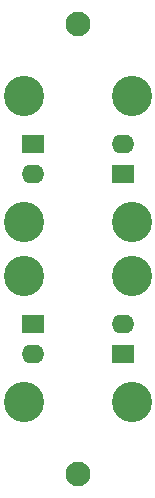
<source format=gbr>
%TF.GenerationSoftware,KiCad,Pcbnew,8.0.2-1*%
%TF.CreationDate,2024-10-07T21:25:26-07:00*%
%TF.ProjectId,TEE-CAN,5445452d-4341-44e2-9e6b-696361645f70,rev?*%
%TF.SameCoordinates,Original*%
%TF.FileFunction,Soldermask,Bot*%
%TF.FilePolarity,Negative*%
%FSLAX46Y46*%
G04 Gerber Fmt 4.6, Leading zero omitted, Abs format (unit mm)*
G04 Created by KiCad (PCBNEW 8.0.2-1) date 2024-10-07 21:25:26*
%MOMM*%
%LPD*%
G01*
G04 APERTURE LIST*
%ADD10C,3.403600*%
%ADD11R,1.905000X1.600200*%
%ADD12O,1.905000X1.600200*%
%ADD13C,2.100000*%
G04 APERTURE END LIST*
D10*
%TO.C,J4*%
X153162000Y-100584000D03*
X153162000Y-89916000D03*
D11*
X152400000Y-96520000D03*
D12*
X152400000Y-93980000D03*
%TD*%
D13*
%TO.C,H1*%
X148590000Y-106680000D03*
%TD*%
D10*
%TO.C,J2*%
X153162000Y-85344000D03*
X153162000Y-74676000D03*
D11*
X152400000Y-81280000D03*
D12*
X152400000Y-78740000D03*
%TD*%
D13*
%TO.C,H2*%
X148590000Y-68580000D03*
%TD*%
D10*
%TO.C,J3*%
X144018000Y-89916000D03*
X144018000Y-100584000D03*
D11*
X144780000Y-93980000D03*
D12*
X144780000Y-96520000D03*
%TD*%
D10*
%TO.C,J1*%
X144018000Y-74676000D03*
X144018000Y-85344000D03*
D11*
X144780000Y-78740000D03*
D12*
X144780000Y-81280000D03*
%TD*%
M02*

</source>
